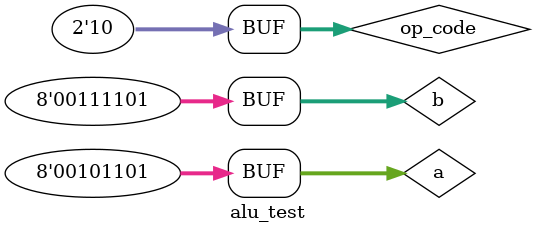
<source format=v>
`timescale 1ns / 1ps


module alu_test;

	// Inputs
	reg [7:0] a;
	reg [7:0] b;
	reg [1:0] op_code;

	// Outputs
	wire [15:0] out;
	wire overflow;
	wire c_out;

	// Instantiate the Unit Under Test (UUT)
	alu uut (
		.a(a), 
		.b(b), 
		.op_code(op_code), 
		.out(out), 
		.overflow(overflow), 
		.c_out(c_out)
	);

	initial begin
		// Initialize Inputs
		a = 0;
		b = 0;
		op_code = 0;

	end

	always @(a or b) begin
		#100 a = 45; b = 61; op_code = 2'b00;
		#200 a = 45; b = 61; op_code = 2'b01;
		#300 a = 45; b = 61; op_code = 2'b11;
		#300 a = 45; b = 61; op_code = 2'b10;
	end
      
endmodule


</source>
